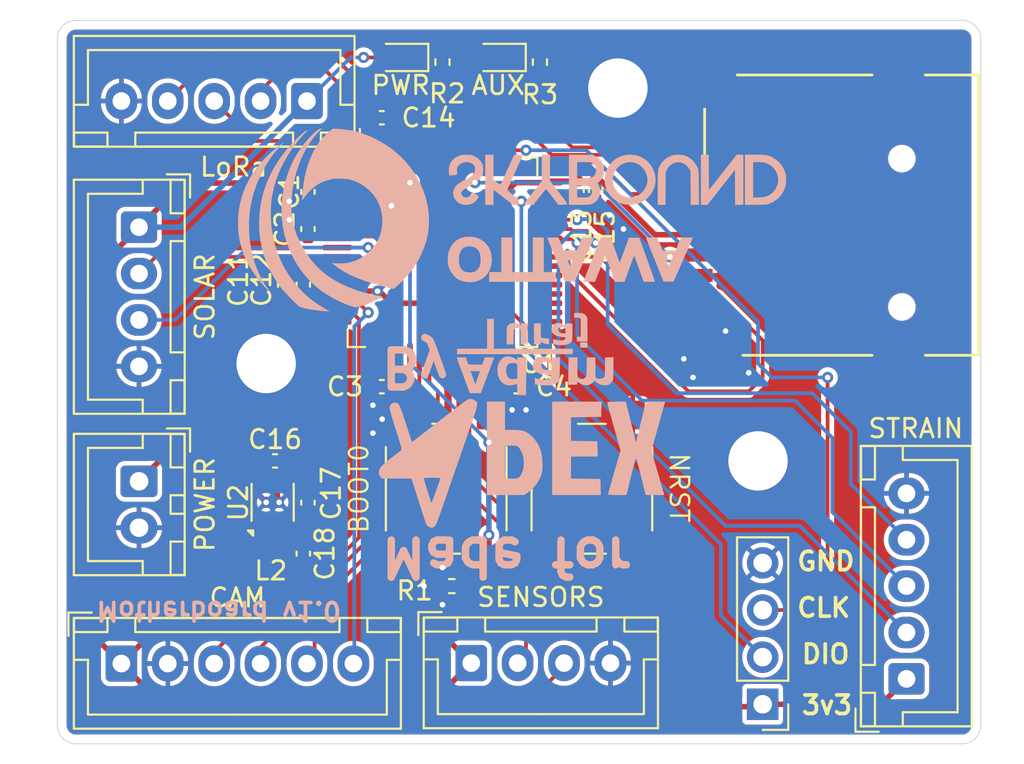
<source format=kicad_pcb>
(kicad_pcb (version 20241229) (generator "pcbnew") (generator_version "9.0")
  (title_block (title "Apex Motherboard") (date "2025-05-31") (rev "v1.0") (company "Ottawa Skybound") (comment 1 "Designed by Adam Turaj"))
  (layers (0 "F.Cu" signal) (2 "B.Cu" signal) (13 "F.Paste" user) (15 "B.Paste" user) (5 "F.SilkS" user "F.Silkscreen") (7 "B.SilkS" user "B.Silkscreen") (1 "F.Mask" user) (3 "B.Mask" user) (25 "Edge.Cuts" user))
  (net 0 "")
  (net 1 "GND")
  (net 2 "+3V3")
  (net 3 "Net-(U1-NRST)")
  (net 4 "Net-(J2-Pin_1)")
  (net 5 "Net-(U2-CFF)")
  (net 6 "/LoRa_INT")
  (net 7 "/LoRa_TX")
  (net 8 "/LoRa_RX")
  (net 9 "/SD_D2")
  (net 10 "/SD_D3")
  (net 11 "/SD_D1")
  (net 12 "/SD_D0")
  (net 13 "/SD_CK")
  (net 14 "/SD_CMD")
  (net 15 "/SWDIO")
  (net 16 "/SWCLK")
  (net 17 "/Strain_SCL")
  (net 18 "/Strain_RST")
  (net 19 "/Strain_SDA")
  (net 20 "/Sensors_SCL")
  (net 21 "/Sensors_SDA")
  (net 22 "/Solar_SCL")
  (net 23 "/Solar_SDA")
  (net 24 "/CAM_MISO")
  (net 25 "/CAM_MOSI")
  (net 26 "/CAM_SCK")
  (net 27 "/CAM_CS")
  (net 28 "Net-(U2-SW)")
  (net 29 "Net-(U1-PH3)")
  (net 58 "Net-(D1-K)")
  (net 59 "Net-(D2-K)")
  (net 60 "Net-(D2-A)")
  (footprint "Inductor_SMD:L_0402_1005Metric" (layer "F.Cu") (at 134.365566 110.999993 180)
    (property "Reference" "L2")
    (property "Value" "1uH")
  )
  (footprint "Capacitor_SMD:C_0402_1005Metric" (layer "F.Cu") (at 140.345566 87.749993)
    (property "Reference" "C14")
    (property "Value" "0.1uF")
  )
  (footprint "Connector_JST:JST_XH_B4B-XH-A_1x04_P2.50mm_Vertical" (layer "F.Cu") (at 145.165566 117.149993)
    (property "Reference" "SENSORS")
    (property "Value" "Conn_Sensors")
  )
  (footprint "Capacitor_SMD:C_0402_1005Metric" (layer "F.Cu") (at 136.365566 108.499993 90)
    (property "Reference" "C17")
    (property "Value" "560pF")
  )
  (footprint "Capacitor_SMD:C_0402_1005Metric" (layer "F.Cu") (at 151.865566 91.649993 -90)
    (property "Reference" "C15")
    (property "Value" "10uF")
  )
  (footprint "Button_Switch_SMD:SW_Push_SMD_6mm" (layer "F.Cu") (at 151.615566 107.749993 -90)
    (property "Reference" "NRST")
    (property "Value" "NRST")
  )
  (footprint "Resistor_SMD:R_0402_1005Metric" (layer "F.Cu") (at 143.615566 84.749993 -90)
    (property "Reference" "R2")
    (property "Value" "560R")
  )
  (footprint "MountingHole:MountingHole_3.2mm_M3_DIN965_Pad" (layer "F.Cu") (at 134.115566 100.999993)
    (property "Reference" "REF**" (hide yes))
    (property "Value" "MountingHole_3.2mm_M3_DIN965_Pad")
  )
  (footprint "Button_Switch_SMD:SW_Push_SMD_6mm" (layer "F.Cu") (at 143.865566 107.749993 90)
    (property "Reference" "BOOT0")
    (property "Value" "BOOT0")
  )
  (footprint "Connector_JST:JST_XH_B5B-XH-A_1x05_P2.50mm_Vertical" (layer "F.Cu") (at 136.315566 86.849993 180)
    (property "Reference" "LoRa")
    (property "Value" "Conn_RF")
  )
  (footprint "Capacitor_SMD:C_0402_1005Metric" (layer "F.Cu") (at 136.365566 91.749993 -90)
    (property "Reference" "C1")
    (property "Value" "0.1uF")
  )
  (footprint "LED_SMD:LED_0603_1608Metric" (layer "F.Cu") (at 146.615566 84.499993 180)
    (property "Reference" "AUX")
    (property "Value" "GREEN")
  )
  (footprint "Capacitor_SMD:C_0402_1005Metric" (layer "F.Cu") (at 136.115566 96.749993 90)
    (property "Reference" "C12")
    (property "Value" "1uF")
  )
  (footprint "Resistor_SMD:R_0402_1005Metric" (layer "F.Cu") (at 148.865566 84.749993 -90)
    (property "Reference" "R3")
    (property "Value" "560R")
  )
  (footprint "Connector_JST:JST_XH_B6B-XH-A_1x06_P2.50mm_Vertical" (layer "F.Cu") (at 126.315566 117.174993)
    (property "Reference" "CAM")
    (property "Value" "Conn_Cam")
  )
  (footprint "extras:CONN9_MSD-1_CUD" (layer "F.Cu") (at 165.117265 92.999993 90)
    (property "Reference" "J3" (hide yes))
    (property "Value" "Micro_SD_Card")
  )
  (footprint "MountingHole:MountingHole_3.2mm_M3_DIN965_Pad" (layer "F.Cu") (at 160.615566 106.249993)
    (property "Reference" "REF**" (hide yes))
    (property "Value" "MountingHole_3.2mm_M3_DIN965_Pad")
  )
  (footprint "Connector_JST:JST_XH_B4B-XH-A_1x04_P2.50mm_Vertical" (layer "F.Cu") (at 127.265566 93.649993 -90)
    (property "Reference" "SOLAR")
    (property "Value" "Conn_Solar")
  )
  (footprint "Capacitor_SMD:C_0402_1005Metric" (layer "F.Cu") (at 135.115566 96.749993 90)
    (property "Reference" "C11")
    (property "Value" "0.1uF")
  )
  (footprint "Connector_JST:JST_XH_B5B-XH-A_1x05_P2.50mm_Vertical" (layer "F.Cu") (at 168.615566 117.999993 90)
    (property "Reference" "STRAIN")
    (property "Value" "Conn_Strain")
  )
  (footprint "LED_SMD:LED_0603_1608Metric" (layer "F.Cu") (at 141.365566 84.499993 180)
    (property "Reference" "PWR")
    (property "Value" "RED")
  )
  (footprint "Resistor_SMD:R_0402_1005Metric" (layer "F.Cu") (at 144.115566 112.999993 180)
    (property "Reference" "R1")
    (property "Value" "10k")
  )
  (footprint "Capacitor_SMD:C_0402_1005Metric" (layer "F.Cu") (at 147.595566 102.249993 180)
    (property "Reference" "C4")
    (property "Value" "0.1uF")
  )
  (footprint "Connector_PinHeader_2.54mm:PinHeader_1x04_P2.54mm_Vertical" (layer "F.Cu") (at 160.865566 119.369993 180)
    (property "Reference" "J4" (hide yes))
    (property "Value" "Conn_SW")
  )
  (footprint "Capacitor_SMD:C_0402_1005Metric" (layer "F.Cu") (at 150.865566 91.649993 -90)
    (property "Reference" "C13")
    (property "Value" "0.1uF")
  )
  (footprint "Connector_JST:JST_XH_B2B-XH-A_1x02_P2.50mm_Vertical" (layer "F.Cu") (at 127.265566 107.349993 -90)
    (property "Reference" "POWER")
    (property "Value" "Conn_Power")
  )
  (footprint "Capacitor_SMD:C_0402_1005Metric" (layer "F.Cu") (at 134.595566 106.249993)
    (property "Reference" "C16")
    (property "Value" "4.7uF")
  )
  (footprint "Package_DFN_QFN:Micrel_MLF-8-1EP_2x2mm_P0.5mm_EP0.6x1.2mm_ThermalVias" (layer "F.Cu") (at 134.465566 108.482493 90)
    (property "Reference" "U2")
    (property "Value" "MIC23050-SYML")
  )
  (footprint "" (layer "F.Cu") (at 153.065566 86.149993)
    (property "Reference" "")
    (property "Value" "")
  )
  (footprint "Capacitor_SMD:C_0402_1005Metric" (layer "F.Cu") (at 136.115566 111.249993 -90)
    (property "Reference" "C18")
    (property "Value" "4.7uF")
  )
  (footprint "Package_QFP:LQFP-64_10x10mm_P0.5mm" (layer "F.Cu") (at 143.615566 94.999993)
    (property "Reference" "U1")
    (property "Value" "STM32L431RCTx")
  )
  (footprint "Capacitor_SMD:C_0402_1005Metric" (layer "F.Cu") (at 140.345566 102.249993 180)
    (property "Reference" "C3")
    (property "Value" "0.1uF")
  )
  (footprint "Capacitor_SMD:C_0402_1005Metric" (layer "F.Cu") (at 136.365566 93.749993 -90)
    (property "Reference" "C2")
    (property "Value" "0.1uF")
  )
  (footprint "Silkscreen:Logo" (layer "B.Cu") (at 148.615566 100.499994)
    (property "Reference" "REF**" (hide yes))
    (property "Value" "LOGO" (hide yes))
  )
  (footprint "Silkscreen:TeamLogo" (layer "B.Cu") (at 147.754748 91.991533)
    (property "Reference" "G***" (hide yes))
    (property "Value" "LOGO" (hide yes))
  )
  (footprint "Silkscreen:ApexLogo" (layer "B.Cu") (at 149.115566 106.749994)
    (property "Reference" "G***" (hide yes))
    (property "Value" "LOGO" (hide yes))
  )
  (gr_line (start 172.615566 83.499993) (end 172.615566 120.499993) (stroke (width 0.05)) (layer "Edge.Cuts"))
  (gr_arc (start 123.865566 121.499993) (mid 123.158459 121.2071) (end 122.865566 120.499993) (stroke (width 0.05)) (layer "Edge.Cuts"))
  (gr_line (start 123.865566 82.499993) (end 171.615566 82.499993) (stroke (width 0.05)) (layer "Edge.Cuts"))
  (gr_line (start 122.865566 120.499993) (end 122.865566 83.499993) (stroke (width 0.05)) (layer "Edge.Cuts"))
  (gr_arc (start 172.615566 120.499993) (mid 172.322673 121.2071) (end 171.615566 121.499993) (stroke (width 0.05)) (layer "Edge.Cuts"))
  (gr_arc (start 171.615566 82.499993) (mid 172.322673 82.792886) (end 172.615566 83.499993) (stroke (width 0.05)) (layer "Edge.Cuts"))
  (gr_arc (start 122.865566 83.499993) (mid 123.158459 82.792886) (end 123.865566 82.499993) (stroke (width 0.05)) (layer "Edge.Cuts"))
  (gr_line (start 171.615566 121.499993) (end 123.865566 121.499993) (stroke (width 0.05)) (layer "Edge.Cuts"))
  (gr_text "CLK" (at 162.615566 114.749993 0) (layer "F.SilkS") (effects (font (size 1 1) (thickness 0.2) (bold yes)) (justify left bottom)))
  (gr_text "GND" (at 162.615566 112.249993 0) (layer "F.SilkS") (effects (font (size 1 1) (thickness 0.2) (bold yes)) (justify left bottom)))
  (gr_text "DIO" (at 162.865566 117.249993 0) (layer "F.SilkS") (effects (font (size 1 1) (thickness 0.2) (bold yes)) (justify left bottom)))
  (gr_text "3v3" (at 162.865566 119.999993 0) (layer "F.SilkS") (effects (font (size 1 1) (thickness 0.2) (bold yes)) (justify left bottom)))
  (gr_text "By" (at 140.115566 99.999994 180) (layer "B.SilkS") (effects (font (size 2 2) (thickness 0.4) (bold yes)) (justify left bottom mirror)))
  (gr_text "Made for" (at 140.115566 110.249994 180) (layer "B.SilkS") (effects (font (size 2 2) (thickness 0.4) (bold yes)) (justify left bottom mirror)))
  (gr_text "Motherboard v1.0" (at 124.865566 113.749993 180) (layer "B.SilkS") (effects (font (size 1 1) (thickness 0.2) (bold yes)) (justify left bottom mirror)))
  (segment (start 136.595566 96.749993) (end 136.115566 96.269993) (width 0.2) (layer "F.Cu") (net 1))
  (segment (start 137.940566 96.749993) (end 136.595566 96.749993) (width 0.2) (layer "F.Cu") (net 1))
  (segment (start 140.365566 101.749993) (end 140.365566 100.674993) (width 0.2) (layer "F.Cu") (net 1))
  (segment (start 140.365566 88.209993) (end 140.825566 87.749993) (width 0.2) (layer "F.Cu") (net 1))
  (segment (start 133.715566 108.082493) (end 134.115566 108.482493) (width 0.3) (layer "F.Cu") (net 1))
  (segment (start 146.865566 100.674993) (end 146.865566 101.999993) (width 0.3) (layer "F.Cu") (net 1))
  (segment (start 168.194119 100.749993) (end 168.194119 100.578546) (width 0.3) (layer "F.Cu") (net 1))
  (segment (start 161.365566 105.499993) (end 160.615566 106.249993) (width 0.3) (layer "F.Cu") (net 1))
  (segment (start 146.865566 101.999993) (end 147.115566 102.249993) (width 0.3) (layer "F.Cu") (net 1))
  (segment (start 149.290566 91.749993) (end 150.485566 91.749993) (width 0.2) (layer "F.Cu") (net 1))
  (segment (start 150.485566 91.749993) (end 150.865566 92.129993) (width 0.2) (layer "F.Cu") (net 1))
  (segment (start 139.865566 102.249993) (end 140.365566 101.749993) (width 0.2) (layer "F.Cu") (net 1))
  (segment (start 140.365566 89.324993) (end 140.365566 88.209993) (width 0.2) (layer "F.Cu") (net 1))
  (segment (start 136.115566 96.269993) (end 135.115566 96.269993) (width 0.2) (layer "F.Cu") (net 1))
  (segment (start 134.715566 108.232493) (end 134.465566 108.482493) (width 0.3) (layer "F.Cu") (net 1))
  (segment (start 134.715566 107.507493) (end 134.715566 108.232493) (width 0.3) (layer "F.Cu") (net 1))
  (segment (start 133.715566 107.507493) (end 133.715566 108.082493) (width 0.3) (layer "F.Cu") (net 1))
  (via (at 143.615566 111.999993) (size 0.6) (drill 0.3) (layers "F.Cu" "B.Cu") (net 1))
  (via (at 139.865566 103.249993) (size 0.6) (drill 0.3) (layers "F.Cu" "B.Cu") (net 1))
  (via (at 135.365566 92.249993) (size 0.6) (drill 0.3) (layers "F.Cu" "B.Cu") (net 1))
  (via (at 160.115566 101.499993) (size 0.6) (drill 0.3) (layers "F.Cu" "B.Cu") (net 1))
  (via (at 153.365566 93.749993) (size 0.6) (drill 0.3) (layers "F.Cu" "B.Cu") (net 1))
  (via (at 152.615566 92.999993) (size 0.6) (drill 0.3) (layers "F.Cu" "B.Cu") (net 1))
  (via (at 142.615566 112.999993) (size 0.6) (drill 0.3) (layers "F.Cu" "B.Cu") (net 1))
  (via (at 135.365566 93.249993) (size 0.6) (drill 0.3) (layers "F.Cu" "B.Cu") (net 1))
  (via (at 148.115566 103.499993) (size 0.6) (drill 0.3) (layers "F.Cu" "B.Cu") (net 1))
  (via (at 156.615566 100.749993) (size 0.6) (drill 0.3) (layers "F.Cu" "B.Cu") (net 1))
  (via (at 158.865566 99.249993) (size 0.6) (drill 0.3) (layers "F.Cu" "B.Cu") (net 1))
  (via (at 139.865566 104.749993) (size 0.6) (drill 0.3) (layers "F.Cu" "B.Cu") (net 1))
  (via (at 147.365566 103.499993) (size 0.6) (drill 0.3) (layers "F.Cu" "B.Cu") (net 1))
  (via (at 140.365566 103.999993) (size 0.6) (drill 0.3) (layers "F.Cu" "B.Cu") (net 1))
  (via (at 143.615566 113.999993) (size 0.6) (drill 0.3) (layers "F.Cu" "B.Cu") (net 1))
  (via (at 157.115566 101.749993) (size 0.6) (drill 0.3) (layers "F.Cu" "B.Cu") (net 1))
  (segment (start 136.115566 110.769993) (end 136.115566 109.229993) (width 0.3) (layer "F.Cu") (net 2))
  (segment (start 140.865566 100.674993) (end 140.865566 103.024993) (width 0.3) (layer "F.Cu") (net 2))
  (segment (start 129.645566 91.269993) (end 127.265566 93.649993) (width 0.3) (layer "F.Cu") (net 2))
  (segment (start 160.865566 119.369993) (end 167.245566 119.369993) (width 0.3) (layer "F.Cu") (net 2))
  (segment (start 126.315566 117.174993) (end 124.365566 115.224993) (width 0.3) (layer "F.Cu") (net 2))
  (segment (start 136.385566 91.249993) (end 136.365566 91.269993) (width 0.3) (layer "F.Cu") (net 2))
  (segment (start 133.865566 112.999993) (end 130.490566 112.999993) (width 0.3) (layer "F.Cu") (net 2))
  (segment (start 140.865566 100.674993) (end 140.865566 97.749993) (width 0.3) (layer "F.Cu") (net 2))
  (segment (start 137.940566 91.249993) (end 139.865566 89.324993) (width 0.3) (layer "F.Cu") (net 2))
  (segment (start 140.214566 97.098993) (end 140.115566 97.098993) (width 0.3) (layer "F.Cu") (net 2))
  (segment (start 140.865566 92.499993) (end 140.825046 92.499993) (width 0.3) (layer "F.Cu") (net 2))
  (segment (start 140.865566 97.749993) (end 145.865566 97.749993) (width 0.3) (layer "F.Cu") (net 2))
  (segment (start 149.290566 91.249993) (end 147.559471 91.249993) (width 0.3) (layer "F.Cu") (net 2))
  (segment (start 138.9711 97.098993) (end 138.8201 97.249993) (width 0.3) (layer "F.Cu") (net 2))
  (segment (start 137.940566 91.249993) (end 136.385566 91.249993) (width 0.3) (layer "F.Cu") (net 2))
  (segment (start 140.865566 97.749993) (end 140.214566 97.098993) (width 0.3) (layer "F.Cu") (net 2))
  (segment (start 146.365566 91.598993) (end 145.464566 92.499993) (width 0.3) (layer "F.Cu") (net 2))
  (segment (start 135.115566 97.229993) (end 135.345566 97.229993) (width 0.3) (layer "F.Cu") (net 2))
  (segment (start 142.815566 119.499993) (end 160.735566 119.499993) (width 0.3) (layer "F.Cu") (net 2))
  (segment (start 145.464566 92.499993) (end 140.865566 92.499993) (width 0.3) (layer "F.Cu") (net 2))
  (segment (start 136.115566 109.229993) (end 136.365566 108.979993) (width 0.3) (layer "F.Cu") (net 2))
  (segment (start 147.210471 91.598993) (end 146.365566 91.598993) (width 0.3) (layer "F.Cu") (net 2))
  (segment (start 140.865566 103.024993) (end 141.615566 103.774993) (width 0.3) (layer "F.Cu") (net 2))
  (segment (start 134.850566 112.014993) (end 133.865566 112.999993) (width 0.3) (layer "F.Cu") (net 2))
  (segment (start 140.115566 97.098993) (end 138.9711 97.098993) (width 0.3) (layer "F.Cu") (net 2))
  (segment (start 135.345566 97.229993) (end 135.365566 97.249993) (width 0.3) (layer "F.Cu") (net 2))
  (segment (start 155.062315 94.056743) (end 157.114566 94.056743) (width 0.3) (layer "F.Cu") (net 2))
  (segment (start 142.815566 119.499993) (end 128.640566 119.499993) (width 0.3) (layer "F.Cu") (net 2))
  (segment (start 136.365566 91.269993) (end 129.645566 91.269993) (width 0.3) (layer "F.Cu") (net 2))
  (segment (start 135.215566 110.634993) (end 135.215566 109.457493) (width 0.3) (layer "F.Cu") (net 2))
  (segment (start 134.850566 110.999993) (end 134.850566 112.014993) (width 0.3) (layer "F.Cu") (net 2))
  (segment (start 149.370566 91.169993) (end 149.290566 91.249993) (width 0.3) (layer "F.Cu") (net 2))
  (segment (start 124.365566 115.224993) (end 124.365566 96.549993) (width 0.3) (layer "F.Cu") (net 2))
  (segment (start 139.575046 91.249993) (end 137.940566 91.249993) (width 0.3) (layer "F.Cu") (net 2))
  (segment (start 145.865566 97.749993) (end 147.365566 99.249993) (width 0.3) (layer "F.Cu") (net 2))
  (segment (start 148.075566 101.384993) (end 147.365566 100.674993) (width 0.3) (layer "F.Cu") (net 2))
  (segment (start 147.365566 99.249993) (end 147.365566 100.674993) (width 0.3) (layer "F.Cu") (net 2))
  (segment (start 145.165566 117.149993) (end 141.615566 113.599993) (width 0.3) (layer "F.Cu") (net 2))
  (segment (start 139.865566 87.749993) (end 139.865566 89.324993) (width 0.3) (layer "F.Cu") (net 2))
  (segment (start 128.640566 119.499993) (end 126.315566 117.174993) (width 0.3) (layer "F.Cu") (net 2))
  (segment (start 151.865566 91.169993) (end 149.370566 91.169993) (width 0.3) (layer "F.Cu") (net 2))
  (segment (start 140.578066 84.499993) (end 139.365566 84.499993) (width 0.2) (layer "F.Cu") (net 2))
  (segment (start 134.215566 109.457493) (end 134.215566 110.364993) (width 0.2) (layer "F.Cu") (net 2))
  (segment (start 147.559471 91.249993) (end 147.210471 91.598993) (width 0.3) (layer "F.Cu") (net 2))
  (segment (start 167.245566 119.369993) (end 168.615566 117.999993) (width 0.3) (layer "F.Cu") (net 2))
  (segment (start 160.735566 119.499993) (end 160.865566 119.369993) (width 0.3) (layer "F.Cu") (net 2))
  (segment (start 130.490566 112.999993) (end 126.315566 117.174993) (width 0.3) (layer "F.Cu") (net 2))
  (segment (start 135.885566 110.999993) (end 136.115566 110.769993) (width 0.3) (layer "F.Cu") (net 2))
  (segment (start 148.075566 102.249993) (end 148.075566 101.384993) (width 0.3) (layer "F.Cu") (net 2))
  (segment (start 134.215566 110.364993) (end 134.850566 110.999993) (width 0.2) (layer "F.Cu") (net 2))
  (segment (start 152.175565 91.169993) (end 155.062315 94.056743) (width 0.3) (layer "F.Cu") (net 2))
  (segment (start 145.165566 117.149993) (end 142.815566 119.499993) (width 0.3) (layer "F.Cu") (net 2))
  (segment (start 134.850566 110.999993) (end 135.885566 110.999993) (width 0.3) (layer "F.Cu") (net 2))
  (segment (start 151.865566 91.169993) (end 152.175565 91.169993) (width 0.3) (layer "F.Cu") (net 2))
  (segment (start 135.365566 97.249993) (end 137.940566 97.249993) (width 0.3) (layer "F.Cu") (net 2))
  (segment (start 138.8201 97.249993) (end 137.940566 97.249993) (width 0.3) (layer "F.Cu") (net 2))
  (segment (start 134.850566 110.999993) (end 135.215566 110.634993) (width 0.3) (layer "F.Cu") (net 2))
  (segment (start 140.825046 92.499993) (end 139.575046 91.249993) (width 0.3) (layer "F.Cu") (net 2))
  (segment (start 141.615566 113.599993) (end 141.615566 111.724993) (width 0.3) (layer "F.Cu") (net 2))
  (segment (start 124.365566 96.549993) (end 127.265566 93.649993) (width 0.3) (layer "F.Cu") (net 2))
  (via (at 140.115566 97.098993) (size 0.6) (drill 0.3) (layers "F.Cu" "B.Cu") (net 2))
  (via (at 140.865566 92.499993) (size 0.6) (drill 0.3) (layers "F.Cu" "B.Cu") (net 2))
  (via (at 139.365566 84.499993) (size 0.6) (drill 0.3) (layers "F.Cu" "B.Cu") (net 2))
  (segment (start 127.265566 93.649993) (end 129.515566 93.649993) (width 0.3) (layer "B.Cu") (net 2))
  (segment (start 138.665566 84.499993) (end 136.315566 86.849993) (width 0.2) (layer "B.Cu") (net 2))
  (segment (start 140.115566 97.098993) (end 140.865566 96.348993) (width 0.3) (layer "B.Cu") (net 2))
  (segment (start 129.515566 93.649993) (end 136.315566 86.849993) (width 0.3) (layer "B.Cu") (net 2))
  (segment (start 139.365566 84.499993) (end 138.665566 84.499993) (width 0.2) (layer "B.Cu") (net 2))
  (segment (start 140.865566 96.348993) (end 140.865566 92.499993) (width 0.3) (layer "B.Cu") (net 2))
  (segment (start 136.365566 94.229993) (end 137.920566 94.229993) (width 0.2) (layer "F.Cu") (net 3))
  (segment (start 143.264566 94.148993) (end 138.867566 94.148993) (width 0.2) (layer "F.Cu") (net 3))
  (segment (start 138.766566 94.249993) (end 137.940566 94.249993) (width 0.2) (layer "F.Cu") (net 3))
  (segment (start 149.365566 103.774993) (end 149.365566 111.724993) (width 0.2) (layer "F.Cu") (net 3))
  (segment (start 149.365566 103.774993) (end 149.365566 100.249993) (width 0.2) (layer "F.Cu") (net 3))
  (segment (start 149.365566 100.249993) (end 143.264566 94.148993) (width 0.2) (layer "F.Cu") (net 3))
  (segment (start 137.920566 94.229993) (end 137.940566 94.249993) (width 0.2) (layer "F.Cu") (net 3))
  (segment (start 138.867566 94.148993) (end 138.766566 94.249993) (width 0.2) (layer "F.Cu") (net 3))
  (segment (start 134.115566 106.249993) (end 133.365566 105.499993) (width 0.3) (layer "F.Cu") (net 4))
  (segment (start 134.215566 107.507493) (end 134.215566 106.349993) (width 0.3) (layer "F.Cu") (net 4))
  (segment (start 134.215566 106.349993) (end 134.115566 106.249993) (width 0.3) (layer "F.Cu") (net 4))
  (segment (start 133.365566 105.499993) (end 129.115566 105.499993) (width 0.3) (layer "F.Cu") (net 4))
  (segment (start 129.115566 105.499993) (end 127.265566 107.349993) (width 0.3) (layer "F.Cu") (net 4))
  (segment (start 135.728066 108.019993) (end 135.215566 107.507493) (width 0.3) (layer "F.Cu") (net 5))
  (segment (start 136.365566 108.019993) (end 135.728066 108.019993) (width 0.3) (layer "F.Cu") (net 5))
  (segment (start 143.365566 86.928357) (end 141.937202 85.499993) (width 0.2) (layer "F.Cu") (net 6))
  (segment (start 143.365566 89.324993) (end 143.365566 86.928357) (width 0.2) (layer "F.Cu") (net 6))
  (segment (start 138.800418 85.499993) (end 137.800418 84.499993) (width 0.2) (layer "F.Cu") (net 6))
  (segment (start 141.937202 85.499993) (end 138.800418 85.499993) (width 0.2) (layer "F.Cu") (net 6))
  (segment (start 131.165566 84.499993) (end 128.815566 86.849993) (width 0.2) (layer "F.Cu") (net 6))
  (segment (start 137.800418 84.499993) (end 131.165566 84.499993) (width 0.2) (layer "F.Cu") (net 6))
  (segment (start 142.365566 87.317093) (end 141.449466 86.400993) (width 0.2) (layer "F.Cu") (net 7))
  (segment (start 139.214566 86.400993) (end 136.615566 88.999993) (width 0.2) (layer "F.Cu") (net 7))
  (segment (start 142.365566 89.324993) (end 142.365566 87.317093) (width 0.2) (layer "F.Cu") (net 7))
  (segment (start 136.615566 88.999993) (end 133.465566 88.999993) (width 0.2) (layer "F.Cu") (net 7))
  (segment (start 141.449466 86.400993) (end 139.214566 86.400993) (width 0.2) (layer "F.Cu") (net 7))
  (segment (start 133.465566 88.999993) (end 131.315566 86.849993) (width 0.2) (layer "F.Cu") (net 7))
  (segment (start 142.865566 89.324993) (end 142.865566 87.249993) (width 0.2) (layer "F.Cu") (net 8))
  (segment (start 141.615566 85.999993) (end 138.115566 85.999993) (width 0.2) (layer "F.Cu") (net 8))
  (segment (start 137.365566 85.249993) (end 134.865566 85.249993) (width 0.2) (layer "F.Cu") (net 8))
  (segment (start 133.815566 86.299993) (end 133.815566 86.849993) (width 0.2) (layer "F.Cu") (net 8))
  (segment (start 138.115566 85.999993) (end 137.365566 85.249993) (width 0.2) (layer "F.Cu") (net 8))
  (segment (start 134.865566 85.249993) (end 133.815566 86.299993) (width 0.2) (layer "F.Cu") (net 8))
  (segment (start 142.865566 87.249993) (end 141.615566 85.999993) (width 0.2) (layer "F.Cu") (net 8))
  (segment (start 153.341177 90.75) (end 152.34117 89.749993) (width 0.2) (layer "F.Cu") (net 9))
  (segment (start 146.365566 87.977726) (end 146.365566 89.324993) (width 0.2) (layer "F.Cu") (net 9))
  (segment (start 149.490566 89.749993) (end 147.490566 87.749993) (width 0.2) (layer "F.Cu") (net 9))
  (segment (start 146.593299 87.749993) (end 146.365566 87.977726) (width 0.2) (layer "F.Cu") (net 9))
  (segment (start 157.158823 90.75) (end 153.341177 90.75) (width 0.2) (layer "F.Cu") (net 9))
  (segment (start 157.165566 90.756743) (end 157.158823 90.75) (width 0.2) (layer "F.Cu") (net 9))
  (segment (start 152.34117 89.749993) (end 149.490566 89.749993) (width 0.2) (layer "F.Cu") (net 9))
  (segment (start 147.490566 87.749993) (end 146.593299 87.749993) (width 0.2) (layer "F.Cu") (net 9))
  (segment (start 152.016566 90.150993) (end 148.464566 90.150993) (width 0.2) (layer "F.Cu") (net 10))
  (segment (start 148.464566 90.150993) (end 147.865566 90.749993) (width 0.2) (layer "F.Cu") (net 10))
  (segment (start 147.865566 90.749993) (end 146.115566 90.749993) (width 0.2) (layer "F.Cu") (net 10))
  (segment (start 157.165566 91.856743) (end 153.722316 91.856743) (width 0.2) (layer "F.Cu") (net 10))
  (segment (start 145.865566 90.499993) (end 145.865566 89.324993) (width 0.2) (layer "F.Cu") (net 10))
  (segment (start 153.722316 91.856743) (end 152.016566 90.150993) (width 0.2) (layer "F.Cu") (net 10))
  (segment (start 146.115566 90.749993) (end 145.865566 90.499993) (width 0.2) (layer "F.Cu") (net 10))
  (segment (start 155.322316 98.456743) (end 152.115566 95.249993) (width 0.2) (layer "F.Cu") (net 11))
  (segment (start 157.165566 98.456743) (end 155.322316 98.456743) (width 0.2) (layer "F.Cu") (net 11))
  (segment (start 152.115566 95.249993) (end 149.290566 95.249993) (width 0.2) (layer "F.Cu") (net 11))
  (segment (start 157.058816 97.249993) (end 157.165566 97.356743) (width 0.2) (layer "F.Cu") (net 12))
  (segment (start 160.865566 101.749993) (end 160.115566 102.499993) (width 0.2) (layer "F.Cu") (net 12))
  (segment (start 150.115566 95.749993) (end 149.290566 95.749993) (width 0.2) (layer "F.Cu") (net 12))
  (segment (start 160.865566 99.749993) (end 160.865566 101.749993) (width 0.2) (layer "F.Cu") (net 12))
  (segment (start 157.365566 97.350003) (end 158.465576 97.350003) (width 0.2) (layer "F.Cu") (net 12))
  (segment (start 160.115566 102.499993) (end 156.865566 102.499993) (width 0.2) (layer "F.Cu") (net 12))
  (segment (start 158.465576 97.350003) (end 160.865566 99.749993) (width 0.2) (layer "F.Cu") (net 12))
  (segment (start 156.865566 102.499993) (end 150.115566 95.749993) (width 0.2) (layer "F.Cu") (net 12))
  (segment (start 155.958816 95.156743) (end 155.865566 95.249993) (width 0.2) (layer "F.Cu") (net 13))
  (segment (start 145.365566 91.249993) (end 145.365566 89.324993) (width 0.2) (layer "F.Cu") (net 13))
  (segment (start 157.165566 95.156743) (end 155.958816 95.156743) (width 0.2) (layer "F.Cu") (net 13))
  (via (at 155.865566 95.249993) (size 0.6) (drill 0.3) (layers "F.Cu" "B.Cu") (net 13))
  (via (at 145.365566 91.249993) (size 0.6) (drill 0.3) (layers "F.Cu" "B.Cu") (net 13))
  (segment (start 151.865566 91.249993) (end 145.365566 91.249993) (width 0.2) (layer "B.Cu") (net 13))
  (segment (start 155.865566 95.249993) (end 151.865566 91.249993) (width 0.2) (layer "B.Cu") (net 13))
  (segment (start 157.365566 92.950001) (end 158.665558 92.950001) (width 0.2) (layer "F.Cu") (net 14))
  (segment (start 158.214566 89.348993) (end 150.610199 89.348993) (width 0.2) (layer "F.Cu") (net 14))
  (segment (start 158.665558 92.950001) (end 159.615566 91.999993) (width 0.2) (layer "F.Cu") (net 14))
  (segment (start 159.615566 90.749993) (end 158.214566 89.348993) (width 0.2) (layer "F.Cu") (net 14))
  (segment (start 150.610199 89.348993) (end 148.261199 86.999993) (width 0.2) (layer "F.Cu") (net 14))
  (segment (start 144.865566 87.999993) (end 144.865566 89.324993) (width 0.2) (layer "F.Cu") (net 14))
  (segment (start 159.615566 91.999993) (end 159.615566 90.749993) (width 0.2) (layer "F.Cu") (net 14))
  (segment (start 145.865566 86.999993) (end 144.865566 87.999993) (width 0.2) (layer "F.Cu") (net 14))
  (segment (start 148.261199 86.999993) (end 145.865566 86.999993) (width 0.2) (layer "F.Cu") (net 14))
  (segment (start 147.865566 92.249993) (end 149.290566 92.249993) (width 0.2) (layer "F.Cu") (net 15))
  (via (at 147.865566 92.249993) (size 0.6) (drill 0.3) (layers "F.Cu" "B.Cu") (net 15))
  (segment (start 158.615566 114.579993) (end 158.615566 110.749993) (width 0.2) (layer "B.Cu") (net 15))
  (segment (start 160.865566 116.829993) (end 158.615566 114.579993) (width 0.2) (layer "B.Cu") (net 15))
  (segment (start 147.865566 99.999993) (end 147.865566 92.249993) (width 0.2) (layer "B.Cu") (net 15))
  (segment (start 158.615566 110.749993) (end 147.865566 99.999993) (width 0.2) (layer "B.Cu") (net 15))
  (segment (start 164.365566 101.749993) (end 164.365566 112.144993) (width 0.2) (layer "F.Cu") (net 16))
  (segment (start 164.365566 112.144993) (end 162.220566 114.289993) (width 0.2) (layer "F.Cu") (net 16))
  (segment (start 147.540566 89.499993) (end 147.365566 89.324993) (width 0.2) (layer "F.Cu") (net 16))
  (segment (start 162.220566 114.289993) (end 160.865566 114.289993) (width 0.2) (layer "F.Cu") (net 16))
  (segment (start 148.115566 89.499993) (end 147.540566 89.499993) (width 0.2) (layer "F.Cu") (net 16))
  (via (at 148.115566 89.499993) (size 0.6) (drill 0.3) (layers "F.Cu" "B.Cu") (net 16))
  (via (at 164.365566 101.749993) (size 0.6) (drill 0.3) (layers "F.Cu" "B.Cu") (net 16))
  (segment (start 164.365566 101.749993) (end 161.366566 101.749993) (width 0.2) (layer "B.Cu") (net 16))
  (segment (start 160.615566 98.749993) (end 151.365566 89.499993) (width 0.2) (layer "B.Cu") (net 16))
  (segment (start 161.366566 101.749993) (end 160.615566 100.998993) (width 0.2) (layer "B.Cu") (net 16))
  (segment (start 151.365566 89.499993) (end 148.115566 89.499993) (width 0.2) (layer "B.Cu") (net 16))
  (segment (start 160.615566 100.998993) (end 160.615566 98.749993) (width 0.2) (layer "B.Cu") (net 16))
  (segment (start 150.664566 94.298993) (end 149.339566 94.298993) (width 0.2) (layer "F.Cu") (net 17))
  (segment (start 150.865566 94.499993) (end 150.664566 94.298993) (width 0.2) (layer "F.Cu") (net 17))
  (segment (start 149.339566 94.298993) (end 149.290566 94.249993) (width 0.2) (layer "F.Cu") (net 17))
  (via (at 150.865566 94.499993) (size 0.6) (drill 0.3) (layers "F.Cu" "B.Cu") (net 17))
  (segment (start 164.615566 108.999993) (end 168.615566 112.999993) (width 0.2) (layer "B.Cu") (net 17))
  (segment (start 164.615566 104.999993) (end 164.615566 108.999993) (width 0.2) (layer "B.Cu") (net 17))
  (segment (start 150.865566 99.499993) (end 154.365566 102.999993) (width 0.2) (layer "B.Cu") (net 17))
  (segment (start 154.365566 102.999993) (end 162.615566 102.999993) (width 0.2) (layer "B.Cu") (net 17))
  (segment (start 150.865566 94.499993) (end 150.865566 99.499993) (width 0.2) (layer "B.Cu") (net 17))
  (segment (start 162.615566 102.999993) (end 164.615566 104.999993) (width 0.2) (layer "B.Cu") (net 17))
  (segment (start 150.865566 93.249993) (end 149.290566 93.249993) (width 0.2) (layer "F.Cu") (net 18))
  (via (at 150.865566 93.249993) (size 0.6) (drill 0.3) (layers "F.Cu" "B.Cu") (net 18))
  (segment (start 156.214566 102.598993) (end 163.531666 102.598993) (width 0.2) (layer "B.Cu") (net 18))
  (segment (start 165.615566 104.682893) (end 165.615566 107.499993) (width 0.2) (layer "B.Cu") (net 18))
  (segment (start 151.880225 93.21468) (end 152.514566 93.849021) (width 0.2) (layer "B.Cu") (net 18))
  (segment (start 150.900879 93.21468) (end 151.880225 93.21468) (width 0.2) (layer "B.Cu") (net 18))
  (segment (start 152.514566 93.849021) (end 152.514566 98.898993) (width 0.2) (layer "B.Cu") (net 18))
  (segment (start 163.531666 102.598993) (end 165.615566 104.682893) (width 0.2) (layer "B.Cu") (net 18))
  (segment (start 152.514566 98.898993) (end 156.214566 102.598993) (width 0.2) (layer "B.Cu") (net 18))
  (segment (start 165.615566 107.499993) (end 168.615566 110.499993) (width 0.2) (layer "B.Cu") (net 18))
  (segment (start 150.865566 93.249993) (end 150.900879 93.21468) (width 0.2) (layer "B.Cu") (net 18))
  (segment (start 151.39594 93.850993) (end 150.616623 93.850993) (width 0.2) (layer "F.Cu") (net 19))
  (segment (start 150.616623 93.850993) (end 150.515623 93.749993) (width 0.2) (layer "F.Cu") (net 19))
  (segment (start 151.865566 94.320619) (end 151.39594 93.850993) (width 0.2) (layer "F.Cu") (net 19))
  (segment (start 151.865566 94.499993) (end 151.865566 94.320619) (width 0.2) (layer "F.Cu") (net 19))
  (segment (start 150.515623 93.749993) (end 149.290566 93.749993) (width 0.2) (layer "F.Cu") (net 19))
  (via (at 151.865566 94.499993) (size 0.6) (drill 0.3) (layers "F.Cu" "B.Cu") (net 19))
  (segment (start 149.865566 94.65005) (end 149.865566 100.749993) (width 0.2) (layer "B.Cu") (net 19))
  (segment (start 158.865566 109.749993) (end 162.865566 109.749993) (width 0.2) (layer "B.Cu") (net 19))
  (segment (start 151.34794 93.898993) (end 150.616623 93.898993) (width 0.2) (layer "B.Cu") (net 19))
  (segment (start 162.865566 109.749993) (end 168.615566 115.499993) (width 0.2) (layer "B.Cu") (net 19))
  (segment (start 151.865566 94.499993) (end 151.865566 94.416619) (width 0.2) (layer "B.Cu") (net 19))
  (segment (start 151.865566 94.416619) (end 151.34794 93.898993) (width 0.2) (layer "B.Cu") (net 19))
  (segment (start 150.616623 93.898993) (end 149.865566 94.65005) (width 0.2) (layer "B.Cu") (net 19))
  (segment (start 149.865566 100.749993) (end 158.865566 109.749993) (width 0.2) (layer "B.Cu") (net 19))
  (segment (start 145.115566 101.999993) (end 145.615566 101.999993) (width 0.2) (layer "F.Cu") (net 20))
  (segment (start 145.865566 101.749993) (end 145.865566 100.674993) (width 0.2) (layer "F.Cu") (net 20))
  (segment (start 144.464566 102.650993) (end 145.115566 101.999993) (width 0.2) (layer "F.Cu") (net 20))
  (segment (start 148.665566 118.849993) (end 146.965566 118.849993) (width 0.2) (layer "F.Cu") (net 20))
  (segment (start 145.615566 101.999993) (end 145.865566 101.749993) (width 0.2) (layer "F.Cu") (net 20))
  (segment (start 144.464566 107.416093) (end 144.464566 102.650993) (width 0.2) (layer "F.Cu") (net 20))
  (segment (start 146.465566 118.349993) (end 146.465566 114.349993) (width 0.2) (layer "F.Cu") (net 20))
  (segment (start 150.165566 117.349993) (end 148.665566 118.849993) (width 0.2) (layer "F.Cu") (net 20))
  (segment (start 146.965566 118.849993) (end 146.465566 118.349993) (width 0.2) (layer "F.Cu") (net 20))
  (segment (start 147.565566 113.249993) (end 147.565566 110.517093) (width 0.2) (layer "F.Cu") (net 20))
  (segment (start 150.165566 117.149993) (end 150.165566 117.349993) (width 0.2) (layer "F.Cu") (net 20))
  (segment (start 146.465566 114.349993) (end 147.565566 113.249993) (width 0.2) (layer "F.Cu") (net 20))
  (segment (start 147.565566 110.517093) (end 144.464566 107.416093) (width 0.2) (layer "F.Cu") (net 20))
  (segment (start 148.115566 110.049993) (end 145.065566 106.999993) (width 0.2) (layer "F.Cu") (net 21))
  (segment (start 145.065566 102.799993) (end 145.365566 102.499993) (width 0.2) (layer "F.Cu") (net 21))
  (segment (start 145.065566 106.999993) (end 145.065566 102.799993) (width 0.2) (layer "F.Cu") (net 21))
  (segment (start 147.665566 117.149993) (end 148.115566 116.699993) (width 0.2) (layer "F.Cu") (net 21))
  (segment (start 146.365566 102.249993) (end 146.365566 100.674993) (width 0.2) (layer "F.Cu") (net 21))
  (segment (start 148.115566 116.699993) (end 148.115566 110.049993) (width 0.2) (layer "F.Cu") (net 21))
  (segment (start 145.365566 102.499993) (end 146.115566 102.499993) (width 0.2) (layer "F.Cu") (net 21))
  (segment (start 146.115566 102.499993) (end 146.365566 102.249993) (width 0.2) (layer "F.Cu") (net 21))
  (segment (start 139.615566 94.749993) (end 137.940566 94.749993) (width 0.2) (layer "F.Cu") (net 22))
  (via (at 139.615566 94.749993) (size 0.6) (drill 0.3) (layers "F.Cu" "B.Cu") (net 22))
  (segment (start 127.265566 98.649993) (end 129.215566 98.649993) (width 0.2) (layer "B.Cu") (net 22))
  (segment (start 129.215566 98.649993) (end 133.115566 94.749993) (width 0.2) (layer "B.Cu") (net 22))
  (segment (start 133.115566 94.749993) (end 139.615566 94.749993) (width 0.2) (layer "B.Cu") (net 22))
  (segment (start 127.265566 96.149993) (end 128.165566 95.249993) (width 0.2) (layer "F.Cu") (net 23))
  (segment (start 128.165566 95.249993) (end 137.940566 95.249993) (width 0.2) (layer "F.Cu") (net 23))
  (segment (start 133.815566 116.299993) (end 142.865566 107.249993) (width 0.2) (layer "F.Cu") (net 24))
  (segment (start 142.865566 107.249993) (end 142.865566 102.749993) (width 0.2) (layer "F.Cu") (net 24))
  (segment (start 142.365566 102.249993) (end 142.365566 100.674993) (width 0.2) (layer "F.Cu") (net 24))
  (segment (start 133.815566 117.174993) (end 133.815566 116.299993) (width 0.2) (layer "F.Cu") (net 24))
  (segment (start 142.865566 102.749993) (end 142.365566 102.249993) (width 0.2) (layer "F.Cu") (net 24))
  (segment (start 136.726566 114.138993) (end 143.365566 107.499993) (width 0.2) (layer "F.Cu") (net 25))
  (segment (start 143.365566 107.499993) (end 143.365566 102.491905) (width 0.2) (layer "F.Cu") (net 25))
  (segment (start 136.726566 116.763993) (end 136.726566 114.138993) (width 0.2) (layer "F.Cu") (net 25))
  (segment (start 143.365566 102.491905) (end 142.914566 102.040905) (width 0.2) (layer "F.Cu") (net 25))
  (segment (start 142.914566 100.723993) (end 142.865566 100.674993) (width 0.2) (layer "F.Cu") (net 25))
  (segment (start 136.315566 117.174993) (end 136.726566 116.763993) (width 0.2) (layer "F.Cu") (net 25))
  (segment (start 142.914566 102.040905) (end 142.914566 100.723993) (width 0.2) (layer "F.Cu") (net 25))
  (segment (start 134.497847 114.999993) (end 139.115566 110.382274) (width 0.2) (layer "F.Cu") (net 26))
  (segment (start 139.115566 98.616169) (end 138.74939 98.249993) (width 0.2) (layer "F.Cu") (net 26))
  (segment (start 139.115566 110.382274) (end 139.115566 98.616169) (width 0.2) (layer "F.Cu") (net 26))
  (segment (start 131.315566 117.174993) (end 131.315566 116.549993) (width 0.2) (layer "F.Cu") (net 26))
  (segment (start 138.74939 98.249993) (end 137.940566 98.249993) (width 0.2) (layer "F.Cu") (net 26))
  (segment (start 132.865566 114.999993) (end 134.497847 114.999993) (width 0.2) (layer "F.Cu") (net 26))
  (segment (start 131.315566 116.549993) (end 132.865566 114.999993) (width 0.2) (layer "F.Cu") (net 26))
  (segment (start 139.115566 97.749993) (end 137.940566 97.749993) (width 0.2) (layer "F.Cu") (net 27))
  (segment (start 139.615566 98.249993) (end 139.115566 97.749993) (width 0.2) (layer "F.Cu") (net 27))
  (via (at 139.615566 98.249993) (size 0.6) (drill 0.3) (layers "F.Cu" "B.Cu") (net 27))
  (segment (start 139.615566 98.249993) (end 138.865566 98.999993) (width 0.2) (layer "B.Cu") (net 27))
  (segment (start 138.865566 117.124993) (end 138.815566 117.174993) (width 0.2) (layer "B.Cu") (net 27))
  (segment (start 138.865566 98.999993) (end 138.865566 117.124993) (width 0.2) (layer "B.Cu") (net 27))
  (segment (start 133.715566 109.457493) (end 133.715566 110.834993) (width 0.3) (layer "F.Cu") (net 28))
  (segment (start 133.715566 110.834993) (end 133.880566 110.999993) (width 0.3) (layer "F.Cu") (net 28))
  (segment (start 146.115566 110.249993) (end 146.115566 111.724993) (width 0.3) (layer "F.Cu") (net 29))
  (segment (start 146.115566 105.249993) (end 146.115566 103.774993) (width 0.2) (layer "F.Cu") (net 29))
  (segment (start 146.103066 111.737493) (end 146.115566 111.724993) (width 0.2) (layer "F.Cu") (net 29))
  (segment (start 144.625566 112.999993) (end 144.840566 112.999993) (width 0.2) (layer "F.Cu") (net 29))
  (segment (start 141.865566 89.324993) (end 141.865566 91.249993) (width 0.2) (layer "F.Cu") (net 29))
  (segment (start 144.840566 112.999993) (end 146.103066 111.737493) (width 0.2) (layer "F.Cu") (net 29))
  (via (at 146.115566 105.249993) (size 0.6) (drill 0.3) (layers "F.Cu" "B.Cu") (net 29))
  (via (at 141.865566 91.249993) (size 0.6) (drill 0.3) (layers "F.Cu" "B.Cu") (net 29))
  (via (at 146.115566 110.249993) (size 0.6) (drill 0.3) (layers "F.Cu" "B.Cu") (net 29))
  (segment (start 146.115566 105.249993) (end 141.865566 100.999993) (width 0.2) (layer "B.Cu") (net 29))
  (segment (start 146.115566 105.249993) (end 146.115566 110.249993) (width 0.3) (layer "B.Cu") (net 29))
  (segment (start 141.865566 100.999993) (end 141.865566 91.249993) (width 0.2) (layer "B.Cu") (net 29))
  (segment (start 143.355566 84.499993) (end 143.615566 84.239993) (width 0.2) (layer "F.Cu") (net 58))
  (segment (start 142.153066 84.499993) (end 143.355566 84.499993) (width 0.2) (layer "F.Cu") (net 58))
  (segment (start 147.403066 84.499993) (end 148.605566 84.499993) (width 0.2) (layer "F.Cu") (net 59))
  (segment (start 148.605566 84.499993) (end 148.865566 84.239993) (width 0.2) (layer "F.Cu") (net 59))
  (segment (start 144.365566 85.962493) (end 145.828066 84.499993) (width 0.2) (layer "F.Cu") (net 60))
  (segment (start 144.365566 89.324993) (end 144.365566 85.962493) (width 0.2) (layer "F.Cu") (net 60))
  (zone (net 1) (net_name "GND") (layers "F.Cu" "B.Cu") (connect_pads (clearance 0.25)) (min_thickness 0.25) (fill yes (thermal_gap 0.25) (thermal_bridge_width 0.25))
    (polygon (pts (xy 122.865566 82.499993) (xy 172.615566 82.499993) (xy 172.615566 121.499993) (xy 122.865566 121.499993)))
  )
)
</source>
